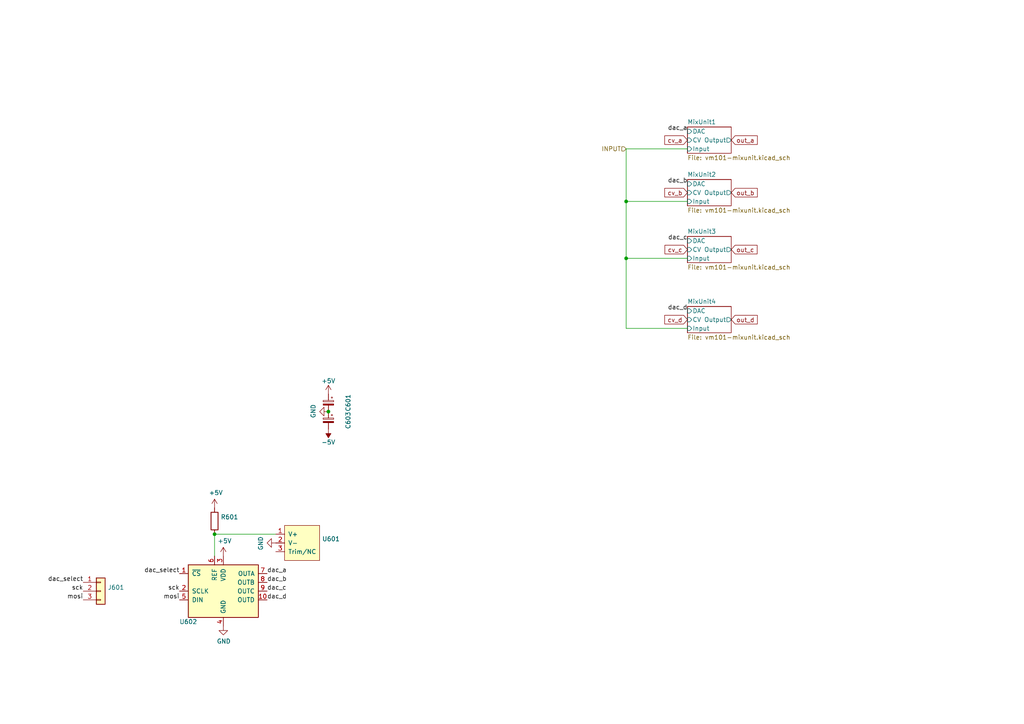
<source format=kicad_sch>
(kicad_sch (version 20211123) (generator eeschema)
  (paper "A4")
  (lib_symbols
    (symbol "Connector_Generic:Conn_01x03" (pin_names (offset 1.016) hide)
      (property "Reference" "J" (at 0 5.08 0))
      (property "Value" "Conn_01x03" (at 0 -5.08 0))
      (symbol "Conn_01x03_1_1"
        (rectangle (start -1.27 -2.413) (end 0 -2.667) (stroke (width 0.1524)))
        (rectangle (start -1.27 0.127) (end 0 -0.127) (stroke (width 0.1524)))
        (rectangle (start -1.27 2.667) (end 0 2.413) (stroke (width 0.1524)))
        (rectangle (start -1.27 3.81) (end 1.27 -3.81) (stroke (width 0.254)) (fill (type background)))
        (pin passive line (at -5.08 2.54 0) (length 3.81) (name "Pin_1") (number "1"))
        (pin passive line (at -5.08 0 0) (length 3.81) (name "Pin_2") (number "2"))
        (pin passive line (at -5.08 -2.54 0) (length 3.81) (name "Pin_3") (number "3"))
      )
    )
    (symbol "Device:R" (pin_numbers hide) (pin_names (offset 0))
      (property "Reference" "R" (at 2.032 0 90))
      (property "Value" "R" (at 0 0 90))
      (symbol "R_0_1"
        (rectangle (start -1.016 -2.54) (end 1.016 2.54) (stroke (width 0.254)))
      )
      (symbol "R_1_1"
        (pin passive line (at 0 3.81 270) (length 1.27) (name "~") (number "1"))
        (pin passive line (at 0 -3.81 90) (length 1.27) (name "~") (number "2"))
      )
    )
    (symbol "power:+5V" (power) (pin_names (offset 0))
      (property "Value" "+5V" (at 0 3.556 0))
      (symbol "+5V_0_1"
        (polyline (pts (xy -0.762 1.27) (xy 0 2.54)))
        (polyline (pts (xy 0 0) (xy 0 2.54)))
        (polyline (pts (xy 0 2.54) (xy 0.762 1.27)))
      )
      (symbol "+5V_1_1"
        (pin power_in line (at 0 0 90) (length 0) hide (name "+5V") (number "1"))
      )
    )
    (symbol "power:GND" (power) (pin_names (offset 0))
      (property "Value" "GND" (at 0 -3.81 0))
      (symbol "GND_0_1"
        (polyline (pts (xy 0 0) (xy 0 -1.27) (xy 1.27 -1.27) (xy 0 -2.54) (xy -1.27 -1.27) (xy 0 -1.27)))
      )
      (symbol "GND_1_1"
        (pin power_in line (at 0 0 270) (length 0) hide (name "GND") (number "1"))
      )
    )
    (symbol "synkie_symbols:+5V" (power) (pin_names (offset 0))
      (property "Value" "+5V" (at 0 3.556 0))
      (symbol "+5V_0_1"
        (polyline (pts (xy -0.762 1.27) (xy 0 2.54)))
        (polyline (pts (xy 0 0) (xy 0 2.54)))
        (polyline (pts (xy 0 2.54) (xy 0.762 1.27)))
      )
      (symbol "+5V_1_1"
        (pin power_in line (at 0 0 90) (length 0) hide (name "+5V") (number "1"))
      )
    )
    (symbol "synkie_symbols:-5V" (power) (pin_names (offset 0))
      (property "Value" "-5V" (at 0 3.81 0))
      (symbol "-5V_0_0"
        (pin power_in line (at 0 0 90) (length 0) hide (name "-5V") (number "1"))
      )
      (symbol "-5V_0_1"
        (polyline (pts (xy 0 0) (xy 0 1.27) (xy 0.762 1.27) (xy 0 2.54) (xy -0.762 1.27) (xy 0 1.27)) (fill (type outline)))
      )
    )
    (symbol "synkie_symbols:ADR510" (pin_names (offset 1.016))
      (property "Reference" "U" (at -1.27 6.35 0))
      (property "Value" "ADR510" (at 0 -6.35 0))
      (symbol "ADR510_0_1"
        (rectangle (start -5.08 5.08) (end 5.08 -5.08) (fill (type background)))
      )
      (symbol "ADR510_1_1"
        (pin input line (at -7.62 2.54 0) (length 2.54) (name "V+") (number "1"))
        (pin input line (at -7.62 0 0) (length 2.54) (name "V-") (number "2"))
        (pin input line (at -7.62 -2.54 0) (length 2.54) (name "Trim/NC") (number "3"))
      )
    )
    (symbol "synkie_symbols:CP_Small" (pin_numbers hide) (pin_names (offset 0.254) hide)
      (property "Reference" "C" (at 0.254 1.778 0))
      (property "Value" "CP_Small" (at 0.254 -2.032 0))
      (symbol "CP_Small_0_1"
        (rectangle (start -1.524 -0.3048) (end 1.524 -0.6858) (fill (type outline)))
        (rectangle (start -1.524 0.6858) (end 1.524 0.3048))
        (polyline (pts (xy -1.27 1.524) (xy -0.762 1.524)))
        (polyline (pts (xy -1.016 1.27) (xy -1.016 1.778)))
      )
      (symbol "CP_Small_1_1"
        (pin passive line (at 0 2.54 270) (length 1.8542) (name "~") (number "1"))
        (pin passive line (at 0 -2.54 90) (length 1.8542) (name "~") (number "2"))
      )
    )
    (symbol "synkie_symbols:GND" (power) (pin_names (offset 0))
      (property "Value" "GND" (at 0 -3.81 0))
      (symbol "GND_0_1"
        (polyline (pts (xy 0 0) (xy 0 -1.27) (xy 1.27 -1.27) (xy 0 -2.54) (xy -1.27 -1.27) (xy 0 -1.27)))
      )
      (symbol "GND_1_1"
        (pin power_in line (at 0 0 270) (length 0) hide (name "GND") (number "1"))
      )
    )
    (symbol "synkie_symbols:MAX5741" (pin_names (offset 1.016))
      (property "Reference" "U" (at -8.89 8.89 0))
      (property "Value" "MAX5741" (at 6.096 8.89 0))
      (symbol "MAX5741_1_1"
        (rectangle (start -10.16 7.62) (end 10.16 -7.62) (stroke (width 0.254)) (fill (type background)))
        (pin input line (at -12.7 5.08 0) (length 2.54) (name "~{CS}") (number "1"))
        (pin output line (at 12.7 -2.54 180) (length 2.54) (name "OUTD") (number "10"))
        (pin input line (at -12.7 0 0) (length 2.54) (name "SCLK") (number "2"))
        (pin power_in line (at 0 10.16 270) (length 2.54) (name "VDD") (number "3"))
        (pin power_in line (at 0 -10.16 90) (length 2.54) (name "GND") (number "4"))
        (pin input line (at -12.7 -2.54 0) (length 2.54) (name "DIN") (number "5"))
        (pin power_in line (at -2.54 10.16 270) (length 2.54) (name "REF") (number "6"))
        (pin output line (at 12.7 5.08 180) (length 2.54) (name "OUTA") (number "7"))
        (pin output line (at 12.7 2.54 180) (length 2.54) (name "OUTB") (number "8"))
        (pin output line (at 12.7 0 180) (length 2.54) (name "OUTC") (number "9"))
      )
    )
  )
  (junction (at 62.23 154.94))
  (junction (at 95.25 119.38))
  (junction (at 181.61 58.42))
  (junction (at 181.61 74.93))
  (wire (pts (xy 199.39 74.93) (xy 181.61 74.93)))
  (wire (pts (xy 181.61 43.18) (xy 181.61 58.42)))
  (wire (pts (xy 199.39 58.42) (xy 181.61 58.42)))
  (wire (pts (xy 62.23 154.94) (xy 80.01 154.94)))
  (wire (pts (xy 181.61 58.42) (xy 181.61 74.93)))
  (wire (pts (xy 199.39 43.18) (xy 181.61 43.18)))
  (wire (pts (xy 62.23 154.94) (xy 62.23 161.29)))
  (wire (pts (xy 181.61 95.25) (xy 199.39 95.25)))
  (wire (pts (xy 181.61 74.93) (xy 181.61 95.25)))
  (label "dac_b" (at 77.47 168.91 0))
  (label "dac_select" (at 24.13 168.91 180))
  (label "dac_a" (at 199.39 38.1 180))
  (label "dac_d" (at 77.47 173.99 0))
  (label "sck" (at 52.07 171.45 180))
  (label "dac_b" (at 199.39 53.34 180))
  (label "dac_c" (at 199.39 69.85 180))
  (label "dac_a" (at 77.47 166.37 0))
  (label "mosi" (at 24.13 173.99 180))
  (label "sck" (at 24.13 171.45 180))
  (label "dac_d" (at 199.39 90.17 180))
  (label "mosi" (at 52.07 173.99 180))
  (label "dac_c" (at 77.47 171.45 0))
  (label "dac_select" (at 52.07 166.37 180))
  (global_label "out_a" (shape input) (at 212.09 40.64 0) (property "Intersheet References" "${INTERSHEET_REFS}" (effects hide)))
  (global_label "out_c" (shape input) (at 212.09 72.39 0) (property "Intersheet References" "${INTERSHEET_REFS}" (effects hide)))
  (global_label "cv_c" (shape input) (at 199.39 72.39 180) (property "Intersheet References" "${INTERSHEET_REFS}" (effects hide)))
  (global_label "out_b" (shape input) (at 212.09 55.88 0) (property "Intersheet References" "${INTERSHEET_REFS}" (effects hide)))
  (global_label "cv_b" (shape input) (at 199.39 55.88 180) (property "Intersheet References" "${INTERSHEET_REFS}" (effects hide)))
  (global_label "cv_d" (shape input) (at 199.39 92.71 180) (property "Intersheet References" "${INTERSHEET_REFS}" (effects hide)))
  (global_label "cv_a" (shape input) (at 199.39 40.64 180) (property "Intersheet References" "${INTERSHEET_REFS}" (effects hide)))
  (global_label "out_d" (shape input) (at 212.09 92.71 0) (property "Intersheet References" "${INTERSHEET_REFS}" (effects hide)))
  (hierarchical_label "INPUT" (shape input) (at 181.61 43.18 180))
  (symbol (lib_id "synkie_symbols:ADR510") (at 87.63 157.48 0) (unit 1)
    (property "Reference" "U601" (at 93.4212 156.3116 0) (effects (justify left)))
  )
  (symbol (lib_id "synkie_symbols:MAX5741") (at 64.77 171.45 0) (unit 1)
    (property "Reference" "U602" (at 54.61 180.34 0))
    (property "Datasheet" "https://datasheets.maximintegrated.com/en/ds/MAX5741.pdf" (effects hide))
  )
  (symbol (lib_id "power:+5V") (at 64.77 161.29 0) (unit 1)
    (property "Reference" "#PWR0609" (effects hide))
  )
  (symbol (lib_id "power:+5V") (at 62.23 147.32 0) (unit 1)
    (property "Reference" "#PWR0607" (effects hide))
  )
  (symbol (lib_id "Device:R") (at 62.23 151.13 0) (unit 1)
    (property "Reference" "R601" (at 64.008 149.9616 0) (effects (justify left)))
  )
  (symbol (lib_id "power:GND") (at 64.77 181.61 0) (unit 1)
    (property "Reference" "#PWR0610" (effects hide))
  )
  (symbol (lib_id "power:GND") (at 80.01 157.48 270) (unit 1)
    (property "Reference" "#PWR0608" (effects hide))
  )
  (symbol (lib_id "synkie_symbols:CP_Small") (at 95.25 116.84 0) (mirror y) (unit 1)
    (property "Reference" "C601" (at 100.965 116.84 90))
  )
  (symbol (lib_id "synkie_symbols:CP_Small") (at 95.25 121.92 0) (mirror y) (unit 1)
    (property "Reference" "C603" (at 100.965 121.92 90))
  )
  (symbol (lib_id "synkie_symbols:GND") (at 95.25 119.38 270) (mirror x) (unit 1)
    (property "Reference" "#PWR0603" (effects hide))
  )
  (symbol (lib_id "synkie_symbols:+5V") (at 95.25 114.3 0) (mirror y) (unit 1)
    (property "Reference" "#PWR0602" (effects hide))
  )
  (symbol (lib_id "synkie_symbols:-5V") (at 95.25 124.46 0) (mirror x) (unit 1)
    (property "Reference" "#PWR0605" (effects hide))
  )
  (symbol (lib_id "Connector_Generic:Conn_01x03") (at 29.21 171.45 0) (unit 1)
    (property "Reference" "J601" (at 31.242 170.3832 0) (effects (justify left)))
  )
  (sheet (at 199.39 36.83) (size 12.7 7.62)
    (property "Sheet name" "MixUnit1" (at 199.39 36.1184 0) (effects (justify left bottom)))
    (property "Sheet file" "vm101-mixunit.kicad_sch" (at 199.39 45.0346 0) (effects (justify left top)))
    (pin "DAC" input (at 199.39 38.1 180))
    (pin "CV" input (at 199.39 40.64 180))
    (pin "Input" input (at 199.39 43.18 180))
    (pin "Output" output (at 212.09 40.64 0))
  )
  (sheet (at 199.39 52.07) (size 12.7 7.62)
    (property "Sheet name" "MixUnit2" (at 199.39 51.3584 0) (effects (justify left bottom)))
    (property "Sheet file" "vm101-mixunit.kicad_sch" (at 199.39 60.2746 0) (effects (justify left top)))
    (pin "DAC" input (at 199.39 53.34 180))
    (pin "CV" input (at 199.39 55.88 180))
    (pin "Input" input (at 199.39 58.42 180))
    (pin "Output" output (at 212.09 55.88 0))
  )
  (sheet (at 199.39 68.58) (size 12.7 7.62)
    (property "Sheet name" "MixUnit3" (at 199.39 67.8684 0) (effects (justify left bottom)))
    (property "Sheet file" "vm101-mixunit.kicad_sch" (at 199.39 76.7846 0) (effects (justify left top)))
    (pin "DAC" input (at 199.39 69.85 180))
    (pin "CV" input (at 199.39 72.39 180))
    (pin "Input" input (at 199.39 74.93 180))
    (pin "Output" output (at 212.09 72.39 0))
  )
  (sheet (at 199.39 88.9) (size 12.7 7.62)
    (property "Sheet name" "MixUnit4" (at 199.39 88.1884 0) (effects (justify left bottom)))
    (property "Sheet file" "vm101-mixunit.kicad_sch" (at 199.39 97.1046 0) (effects (justify left top)))
    (pin "DAC" input (at 199.39 90.17 180))
    (pin "CV" input (at 199.39 92.71 180))
    (pin "Input" input (at 199.39 95.25 180))
    (pin "Output" output (at 212.09 92.71 0))
  )
)
</source>
